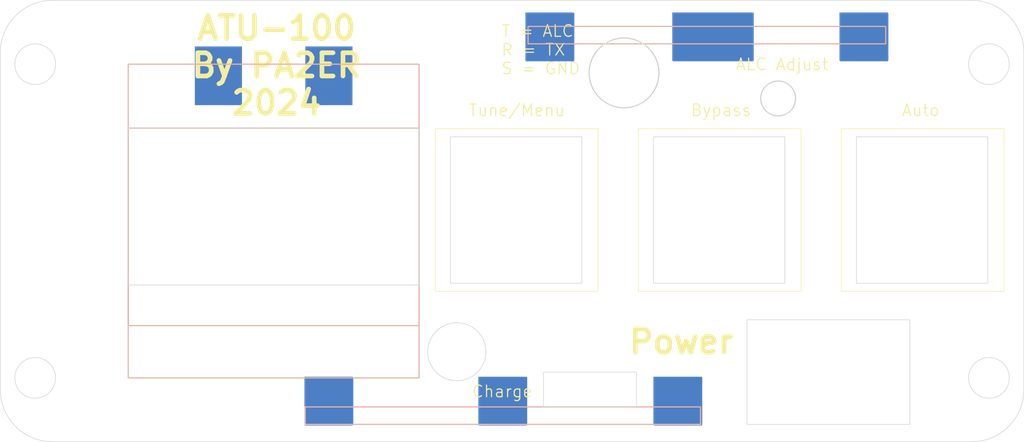
<source format=kicad_pcb>
(kicad_pcb
	(version 20240108)
	(generator "pcbnew")
	(generator_version "8.0")
	(general
		(thickness 1.6)
		(legacy_teardrops no)
	)
	(paper "A4")
	(title_block
		(title "ATU100 Front")
	)
	(layers
		(0 "F.Cu" signal)
		(31 "B.Cu" signal)
		(32 "B.Adhes" user "B.Adhesive")
		(33 "F.Adhes" user "F.Adhesive")
		(34 "B.Paste" user)
		(35 "F.Paste" user)
		(36 "B.SilkS" user "B.Silkscreen")
		(37 "F.SilkS" user "F.Silkscreen")
		(38 "B.Mask" user)
		(39 "F.Mask" user)
		(40 "Dwgs.User" user "User.Drawings")
		(41 "Cmts.User" user "User.Comments")
		(42 "Eco1.User" user "User.Eco1")
		(43 "Eco2.User" user "User.Eco2")
		(44 "Edge.Cuts" user)
		(45 "Margin" user)
		(46 "B.CrtYd" user "B.Courtyard")
		(47 "F.CrtYd" user "F.Courtyard")
		(48 "B.Fab" user)
		(49 "F.Fab" user)
		(50 "User.1" user)
		(51 "User.2" user)
		(52 "User.3" user)
		(53 "User.4" user)
		(54 "User.5" user)
		(55 "User.6" user)
		(56 "User.7" user)
		(57 "User.8" user)
		(58 "User.9" user)
	)
	(setup
		(stackup
			(layer "F.SilkS"
				(type "Top Silk Screen")
			)
			(layer "F.Paste"
				(type "Top Solder Paste")
			)
			(layer "F.Mask"
				(type "Top Solder Mask")
				(thickness 0.01)
			)
			(layer "F.Cu"
				(type "copper")
				(thickness 0.035)
			)
			(layer "dielectric 1"
				(type "core")
				(thickness 1.51)
				(material "FR4")
				(epsilon_r 4.5)
				(loss_tangent 0.02)
			)
			(layer "B.Cu"
				(type "copper")
				(thickness 0.035)
			)
			(layer "B.Mask"
				(type "Bottom Solder Mask")
				(thickness 0.01)
			)
			(layer "B.Paste"
				(type "Bottom Solder Paste")
			)
			(layer "B.SilkS"
				(type "Bottom Silk Screen")
			)
			(copper_finish "None")
			(dielectric_constraints no)
		)
		(pad_to_mask_clearance 0)
		(allow_soldermask_bridges_in_footprints no)
		(grid_origin 125.375 78.75)
		(pcbplotparams
			(layerselection 0x00010fc_ffffffff)
			(plot_on_all_layers_selection 0x0000000_00000000)
			(disableapertmacros no)
			(usegerberextensions no)
			(usegerberattributes yes)
			(usegerberadvancedattributes yes)
			(creategerberjobfile yes)
			(dashed_line_dash_ratio 12.000000)
			(dashed_line_gap_ratio 3.000000)
			(svgprecision 4)
			(plotframeref no)
			(viasonmask no)
			(mode 1)
			(useauxorigin no)
			(hpglpennumber 1)
			(hpglpenspeed 20)
			(hpglpendiameter 15.000000)
			(pdf_front_fp_property_popups yes)
			(pdf_back_fp_property_popups yes)
			(dxfpolygonmode yes)
			(dxfimperialunits yes)
			(dxfusepcbnewfont yes)
			(psnegative no)
			(psa4output no)
			(plotreference yes)
			(plotvalue yes)
			(plotfptext yes)
			(plotinvisibletext no)
			(sketchpadsonfab no)
			(subtractmaskfromsilk no)
			(outputformat 1)
			(mirror no)
			(drillshape 0)
			(scaleselection 1)
			(outputdirectory "./")
		)
	)
	(net 0 "")
	(gr_rect
		(start 137.875 76.15)
		(end 144.675 80.15)
		(stroke
			(width 0.2)
			(type default)
		)
		(fill solid)
		(layer "B.Cu")
		(uuid "0b47859b-78a5-4aab-898e-ae1431700bbe")
	)
	(gr_rect
		(start 106.25 107.5)
		(end 110.25 111.5)
		(stroke
			(width 0.2)
			(type default)
		)
		(fill solid)
		(layer "B.Cu")
		(uuid "6666ae9f-dee2-4806-84d6-859d0806139d")
	)
	(gr_rect
		(start 96.75 79)
		(end 100.75 84)
		(locked yes)
		(stroke
			(width 0.05)
			(type default)
		)
		(fill solid)
		(layer "B.Cu")
		(uuid "8d11d7bc-c0e9-43aa-be73-ea9d240bfeb8")
	)
	(gr_rect
		(start 152.25 76.15)
		(end 156.25 80.15)
		(stroke
			(width 0.2)
			(type default)
		)
		(fill solid)
		(layer "B.Cu")
		(uuid "a672bc42-4a06-461d-a7c2-15e36aa678ea")
	)
	(gr_rect
		(start 136.25 107.5)
		(end 140.25 111.5)
		(stroke
			(width 0.2)
			(type default)
		)
		(fill solid)
		(layer "B.Cu")
		(uuid "c3f86452-628b-4c74-8fbc-c0581889ca31")
	)
	(gr_rect
		(start 106.25 79)
		(end 110.25 84)
		(locked yes)
		(stroke
			(width 0.05)
			(type default)
		)
		(fill solid)
		(layer "B.Cu")
		(uuid "d873f5fd-a80e-4ff9-847f-93f4ecc16b86")
	)
	(gr_rect
		(start 121.2 107.5)
		(end 125.2 111.5)
		(stroke
			(width 0.2)
			(type default)
		)
		(fill solid)
		(layer "B.Cu")
		(uuid "f7b774b2-65f3-4363-9908-e245dec5a6a6")
	)
	(gr_rect
		(start 125.25 76.15)
		(end 129.25 80.15)
		(stroke
			(width 0.2)
			(type default)
		)
		(fill solid)
		(layer "B.Cu")
		(uuid "ffd02287-73e3-411d-b6b8-9951fb9d0e9b")
	)
	(gr_rect
		(start 137.875 76.15)
		(end 144.675 80.15)
		(stroke
			(width 0.2)
			(type default)
		)
		(fill solid)
		(layer "B.Paste")
		(uuid "08d47236-9ff8-428d-90e0-c178a909c737")
	)
	(gr_rect
		(start 106.25 79)
		(end 110.25 84)
		(locked yes)
		(stroke
			(width 0.05)
			(type default)
		)
		(fill solid)
		(layer "B.Paste")
		(uuid "4df5fd68-4624-419c-8f7d-3280c3d749ec")
	)
	(gr_rect
		(start 152.25 76.15)
		(end 156.25 80.15)
		(stroke
			(width 0.2)
			(type default)
		)
		(fill solid)
		(layer "B.Paste")
		(uuid "83d019a7-c8bb-489c-a63f-840c21f72c2b")
	)
	(gr_rect
		(start 121.2 107.5)
		(end 125.2 111.5)
		(stroke
			(width 0.2)
			(type default)
		)
		(fill solid)
		(layer "B.Paste")
		(uuid "8491f719-8b6f-4040-bca7-584e9c335902")
	)
	(gr_rect
		(start 125.25 76.15)
		(end 129.25 80.15)
		(stroke
			(width 0.2)
			(type default)
		)
		(fill solid)
		(layer "B.Paste")
		(uuid "a1da6c3f-90d1-4c30-9e7e-c8ce375abfe5")
	)
	(gr_rect
		(start 136.25 107.5)
		(end 140.25 111.5)
		(stroke
			(width 0.2)
			(type default)
		)
		(fill solid)
		(layer "B.Paste")
		(uuid "a2854d07-adc7-4c14-9bbe-96ba065c615a")
	)
	(gr_rect
		(start 106.25 107.5)
		(end 110.25 111.5)
		(stroke
			(width 0.2)
			(type default)
		)
		(fill solid)
		(layer "B.Paste")
		(uuid "b24b07d9-71e7-46a1-b48e-ea705bd021ca")
	)
	(gr_rect
		(start 96.75 79)
		(end 100.75 84)
		(locked yes)
		(stroke
			(width 0.05)
			(type default)
		)
		(fill solid)
		(layer "B.Paste")
		(uuid "ba14e257-382e-4d8d-9a97-3b5430dc82c3")
	)
	(gr_rect
		(start 106.2 110)
		(end 140.2 111.5)
		(stroke
			(width 0.1)
			(type default)
		)
		(fill none)
		(layer "B.SilkS")
		(uuid "23130594-3b5d-4166-b2f5-1b791d636a0a")
	)
	(gr_rect
		(start 125.375 77.25)
		(end 156.125 78.75)
		(stroke
			(width 0.1)
			(type default)
		)
		(fill none)
		(layer "B.SilkS")
		(uuid "50d52983-5a43-4806-b784-4dbab1c4363d")
	)
	(gr_rect
		(start 91 86)
		(end 116 103)
		(locked yes)
		(stroke
			(width 0.1)
			(type default)
		)
		(fill none)
		(layer "B.SilkS")
		(uuid "5bada0a7-d050-41d1-9a7b-bfc6b6541447")
	)
	(gr_rect
		(start 91 80.5)
		(end 116 107.5)
		(locked yes)
		(stroke
			(width 0.1)
			(type default)
		)
		(fill none)
		(layer "B.SilkS")
		(uuid "e8481b02-cd96-40b8-bfc0-3a3a57dbcc43")
	)
	(gr_rect
		(start 134.85 86.05)
		(end 148.85 100.05)
		(stroke
			(width 0.05)
			(type default)
		)
		(fill none)
		(layer "F.SilkS")
		(uuid "0b1d5974-702f-4256-b6ed-69176ca9c09f")
	)
	(gr_rect
		(start 117.4 86.05)
		(end 131.4 100.05)
		(stroke
			(width 0.05)
			(type default)
		)
		(fill none)
		(layer "F.SilkS")
		(uuid "3c1f42e0-df3c-41da-9899-1b01be5e86d2")
	)
	(gr_rect
		(start 152.3 86.05)
		(end 166.3 100.05)
		(stroke
			(width 0.05)
			(type default)
		)
		(fill none)
		(layer "F.SilkS")
		(uuid "edab2516-8e04-4bc7-a519-8dae919b2e7a")
	)
	(gr_rect
		(start 96.75 79)
		(end 100.75 84)
		(locked yes)
		(stroke
			(width 0.05)
			(type default)
		)
		(fill solid)
		(layer "B.Mask")
		(uuid "1334de21-2931-4d48-8cdf-7fb1af844dd6")
	)
	(gr_rect
		(start 152.25 76.15)
		(end 156.25 80.15)
		(stroke
			(width 0.2)
			(type default)
		)
		(fill solid)
		(layer "B.Mask")
		(uuid "339ad855-0a5f-4348-aef7-8a30d5f956a9")
	)
	(gr_rect
		(start 137.875 76.15)
		(end 144.675 80.15)
		(stroke
			(width 0.2)
			(type default)
		)
		(fill solid)
		(layer "B.Mask")
		(uuid "46f6cc74-a3c6-4079-8bce-5932f90abe66")
	)
	(gr_rect
		(start 136.25 107.5)
		(end 140.25 111.5)
		(stroke
			(width 0.2)
			(type default)
		)
		(fill solid)
		(layer "B.Mask")
		(uuid "54a6feec-be74-41c2-9803-23a382cc7841")
	)
	(gr_rect
		(start 121.2 107.5)
		(end 125.2 111.5)
		(stroke
			(width 0.2)
			(type default)
		)
		(fill solid)
		(layer "B.Mask")
		(uuid "686bd22d-0b3b-4a59-b6a8-bbd36e55c134")
	)
	(gr_rect
		(start 125.25 76.15)
		(end 129.25 80.15)
		(stroke
			(width 0.2)
			(type default)
		)
		(fill solid)
		(layer "B.Mask")
		(uuid "6ed3a041-2ced-403f-bb73-55d93c380bee")
	)
	(gr_rect
		(start 106.25 79)
		(end 110.25 84)
		(locked yes)
		(stroke
			(width 0.05)
			(type default)
		)
		(fill solid)
		(layer "B.Mask")
		(uuid "a432378a-2092-4359-8282-bd33d5e54946")
	)
	(gr_rect
		(start 106.25 107.5)
		(end 110.25 111.5)
		(stroke
			(width 0.2)
			(type default)
		)
		(fill solid)
		(layer "B.Mask")
		(uuid "f18bd10f-686c-468a-9416-cde7555b9ecb")
	)
	(gr_arc
		(start 168 108.5)
		(mid 166.681981 111.681981)
		(end 163.5 113)
		(locked yes)
		(stroke
			(width 0.05)
			(type default)
		)
		(layer "Edge.Cuts")
		(uuid "071343fb-a3a3-4a14-8398-3554308156e4")
	)
	(gr_line
		(start 80 108.5)
		(end 80 79.5)
		(locked yes)
		(stroke
			(width 0.05)
			(type default)
		)
		(layer "Edge.Cuts")
		(uuid "2b8f8988-cbc2-4478-b272-341132583c37")
	)
	(gr_arc
		(start 80 79.5)
		(mid 81.318019 76.318019)
		(end 84.5 75)
		(locked yes)
		(stroke
			(width 0.05)
			(type default)
		)
		(layer "Edge.Cuts")
		(uuid "3d2b7a86-8f73-4803-935c-30cafa345309")
	)
	(gr_circle
		(center 83 107.5)
		(end 84.75 107.5)
		(locked yes)
		(stroke
			(width 0.05)
			(type default)
		)
		(fill none)
		(layer "Edge.Cuts")
		(uuid "67319260-a849-4322-a08f-2803c3e4e4c4")
	)
	(gr_rect
		(start 91 86)
		(end 116 99.5)
		(locked yes)
		(stroke
			(width 0.05)
			(type default)
		)
		(fill none)
		(layer "Edge.Cuts")
		(uuid "673364dc-7de1-4f0d-a19e-414b54f21833")
	)
	(gr_circle
		(center 83 80.5)
		(end 84.75 80.5)
		(locked yes)
		(stroke
			(width 0.05)
			(type default)
		)
		(fill none)
		(layer "Edge.Cuts")
		(uuid "6e532ab1-96ec-4f89-b5fd-26c5fd63f620")
	)
	(gr_arc
		(start 84.5 113)
		(mid 81.318019 111.681981)
		(end 80 108.5)
		(locked yes)
		(stroke
			(width 0.05)
			(type default)
		)
		(layer "Edge.Cuts")
		(uuid "820a9267-34b4-4270-b7f1-6237253b7b07")
	)
	(gr_rect
		(start 144.2 102.5)
		(end 158.2 111.5)
		(stroke
			(width 0.05)
			(type default)
		)
		(fill none)
		(layer "Edge.Cuts")
		(uuid "88720687-457b-402e-9e07-56d133924fe9")
	)
	(gr_rect
		(start 118.7 86.75)
		(end 130 99.35)
		(stroke
			(width 0.05)
			(type default)
		)
		(fill none)
		(layer "Edge.Cuts")
		(uuid "8c6782b0-90ab-4eb8-aff5-82acad8e94e8")
	)
	(gr_circle
		(center 165 80.5)
		(end 166.75 80.5)
		(locked yes)
		(stroke
			(width 0.05)
			(type default)
		)
		(fill none)
		(layer "Edge.Cuts")
		(uuid "a290d3b5-7238-4a52-8c96-cb416da42891")
	)
	(gr_line
		(start 168 79.5)
		(end 168 108.5)
		(locked yes)
		(stroke
			(width 0.05)
			(type default)
		)
		(layer "Edge.Cuts")
		(uuid "a4f5a757-a2d9-4fa6-a888-e3e416fcfec4")
	)
	(gr_circle
		(center 133.625 81.25)
		(end 136.625 81.25)
		(stroke
			(width 0.1)
			(type default)
		)
		(fill none)
		(layer "Edge.Cuts")
		(uuid "a8bafb6a-6362-4445-8a5d-2b74a0a32faa")
	)
	(gr_circle
		(center 165 107.5)
		(end 166.75 107.5)
		(locked yes)
		(stroke
			(width 0.05)
			(type default)
		)
		(fill none)
		(layer "Edge.Cuts")
		(uuid "aa86d425-a4e7-4c3c-9ed5-fe655c520e6c")
	)
	(gr_rect
		(start 136.15 86.75)
		(end 147.45 99.35)
		(stroke
			(width 0.05)
			(type default)
		)
		(fill none)
		(layer "Edge.Cuts")
		(uuid "b7727f3c-90b1-4a03-8bc4-2a0bb88c3f00")
	)
	(gr_rect
		(start 153.6 86.75)
		(end 164.9 99.35)
		(stroke
			(width 0.05)
			(type default)
		)
		(fill none)
		(layer "Edge.Cuts")
		(uuid "e21caf6a-6e9a-4d90-bfef-7522659495d5")
	)
	(gr_rect
		(start 126.7 107)
		(end 134.7 110)
		(stroke
			(width 0.05)
			(type default)
		)
		(fill none)
		(layer "Edge.Cuts")
		(uuid "e795cfdd-0d42-48f4-95b7-86db9ae14894")
	)
	(gr_line
		(start 84.5 75)
		(end 163.5 75)
		(locked yes)
		(stroke
			(width 0.05)
			(type default)
		)
		(layer "Edge.Cuts")
		(uuid "e7ede015-f38a-4ef4-a69d-0e8bfc4e9509")
	)
	(gr_circle
		(center 146.875 83.45)
		(end 148.375 83.45)
		(stroke
			(width 0.1)
			(type default)
		)
		(fill none)
		(layer "Edge.Cuts")
		(uuid "e91bceb2-2a72-4dbd-aea2-0fb95ff8b322")
	)
	(gr_circle
		(center 119.25 105.25)
		(end 121.75 105.25)
		(stroke
			(width 0.05)
			(type default)
		)
		(fill none)
		(layer "Edge.Cuts")
		(uuid "e9a8be9f-d05a-4159-a379-c62ff4f6b144")
	)
	(gr_line
		(start 163.5 113)
		(end 84.5 113)
		(locked yes)
		(stroke
			(width 0.05)
			(type default)
		)
		(layer "Edge.Cuts")
		(uuid "ea0d18a7-c45b-4321-842d-d5c66076ea00")
	)
	(gr_arc
		(start 163.5 75)
		(mid 166.681981 76.318019)
		(end 168 79.5)
		(locked yes)
		(stroke
			(width 0.05)
			(type default)
		)
		(layer "Edge.Cuts")
		(uuid "f9a627f9-7bc2-4c2a-bbdf-951ee4b034b2")
	)
	(gr_text "Power"
		(at 138.55 105.55 0)
		(layer "F.SilkS")
		(uuid "2222c818-a002-4ee6-978b-a8eb306cf4ec")
		(effects
			(font
				(size 2 2)
				(thickness 0.4)
				(bold yes)
			)
			(justify bottom)
		)
	)
	(gr_text "ALC Adjust"
		(at 143.175 81.1 0)
		(layer "F.SilkS")
		(uuid "28cdd3ea-b39f-43ff-a408-0a698f44fd9b")
		(effects
			(font
				(size 1 1)
				(thickness 0.1)
			)
			(justify left bottom)
		)
	)
	(gr_text "Auto"
		(at 157.45 85.05 0)
		(layer "F.SilkS")
		(uuid "28d77026-84e7-4770-a2db-11248ae89696")
		(effects
			(font
				(size 1 1)
				(thickness 0.1)
			)
			(justify left bottom)
		)
	)
	(gr_text "Charge"
		(at 120.5 109.25 0)
		(layer "F.SilkS")
		(uuid "4472f465-b2b8-4432-8a72-f8098a21fd0b")
		(effects
			(font
				(size 1 1)
				(thickness 0.1)
			)
			(justify left bottom)
		)
	)
	(gr_text "T = ALC\nR = TX\nS = GND"
		(at 123.025 81.45 0)
		(layer "F.SilkS")
		(uuid "47d2f1e9-02f0-4947-bf41-4d0982da53c0")
		(effects
			(font
				(size 1 1)
				(thickness 0.1)
			)
			(justify left bottom)
		)
	)
	(gr_text "Bypass"
		(at 139.3 85.05 0)
		(layer "F.SilkS")
		(uuid "6036f53e-6081-4913-8fdd-dbe5efaee0cc")
		(effects
			(font
				(size 1 1)
				(thickness 0.1)
			)
			(justify left bottom)
		)
	)
	(gr_text "ATU-100\nBy PA2ER\n2024"
		(at 103.75 85 0)
		(layer "F.SilkS")
		(uuid "95a608f8-ca90-4440-a5a7-426777decb05")
		(effects
			(font
				(size 2 2)
				(thickness 0.4)
				(bold yes)
			)
			(justify bottom)
		)
	)
	(gr_text "Tune/Menu"
		(at 120.2 85.05 0)
		(layer "F.SilkS")
		(uuid "f15b74b8-6e14-45cd-9eb6-381250cf28b0")
		(effects
			(font
				(size 1 1)
				(thickness 0.1)
			)
			(justify left bottom)
		)
	)
	(group "DisplayPads"
		(uuid "4f15c5e3-9875-4dd2-88af-7af13dbd2dca")
		(locked yes)
		(members "8d11d7bc-c0e9-43aa-be73-ea9d240bfeb8" "d873f5fd-a80e-4ff9-847f-93f4ecc16b86")
	)
	(group "DisplayPast"
		(uuid "31fd5a3c-df3d-49a2-af1e-4afdd010c82e")
		(locked yes)
		(members "4df5fd68-4624-419c-8f7d-3280c3d749ec" "ba14e257-382e-4d8d-9a97-3b5430dc82c3")
	)
	(group ""
		(uuid "ac3236ea-1e3f-4929-bc17-e68b6402efc3")
		(locked yes)
		(members "5bada0a7-d050-41d1-9a7b-bfc6b6541447" "e8481b02-cd96-40b8-bfc0-3a3a57dbcc43")
	)
	(group ""
		(uuid "2e063b16-4f03-41ea-a040-636dd4fdff3c")
		(members "3c1f42e0-df3c-41da-9899-1b01be5e86d2" "8c6782b0-90ab-4eb8-aff5-82acad8e94e8")
	)
	(group ""
		(uuid "8e544e9a-0069-44cd-82d8-e296ca1bbcdd")
		(members "0b1d5974-702f-4256-b6ed-69176ca9c09f" "b7727f3c-90b1-4a03-8bc4-2a0bb88c3f00")
	)
	(group ""
		(uuid "9a418df3-1bf6-4512-be14-4de38eeac42f")
		(members "e21caf6a-6e9a-4d90-bfef-7522659495d5" "edab2516-8e04-4bc7-a519-8dae919b2e7a")
	)
	(group "DisplayMask"
		(uuid "2ec92904-9020-4d2d-a4f4-61af94e0283d")
		(locked yes)
		(members "1334de21-2931-4d48-8cdf-7fb1af844dd6" "a432378a-2092-4359-8282-bd33d5e54946")
	)
)

</source>
